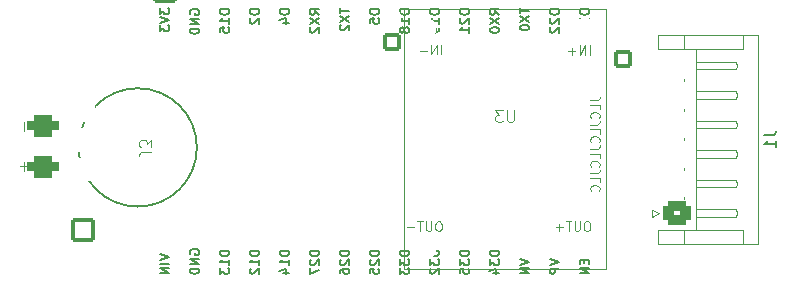
<source format=gbr>
%TF.GenerationSoftware,KiCad,Pcbnew,7.0.7*%
%TF.CreationDate,2023-09-17T21:28:58+02:00*%
%TF.ProjectId,PSACANBridgeHW_v12,50534143-414e-4427-9269-64676548575f,rev?*%
%TF.SameCoordinates,Original*%
%TF.FileFunction,Legend,Bot*%
%TF.FilePolarity,Positive*%
%FSLAX46Y46*%
G04 Gerber Fmt 4.6, Leading zero omitted, Abs format (unit mm)*
G04 Created by KiCad (PCBNEW 7.0.7) date 2023-09-17 21:28:58*
%MOMM*%
%LPD*%
G01*
G04 APERTURE LIST*
G04 Aperture macros list*
%AMRoundRect*
0 Rectangle with rounded corners*
0 $1 Rounding radius*
0 $2 $3 $4 $5 $6 $7 $8 $9 X,Y pos of 4 corners*
0 Add a 4 corners polygon primitive as box body*
4,1,4,$2,$3,$4,$5,$6,$7,$8,$9,$2,$3,0*
0 Add four circle primitives for the rounded corners*
1,1,$1+$1,$2,$3*
1,1,$1+$1,$4,$5*
1,1,$1+$1,$6,$7*
1,1,$1+$1,$8,$9*
0 Add four rect primitives between the rounded corners*
20,1,$1+$1,$2,$3,$4,$5,0*
20,1,$1+$1,$4,$5,$6,$7,0*
20,1,$1+$1,$6,$7,$8,$9,0*
20,1,$1+$1,$8,$9,$2,$3,0*%
G04 Aperture macros list end*
%ADD10C,0.100000*%
%ADD11C,0.150000*%
%ADD12C,0.200000*%
%ADD13C,0.120000*%
%ADD14RoundRect,0.200000X0.850000X0.850000X-0.850000X0.850000X-0.850000X-0.850000X0.850000X-0.850000X0*%
%ADD15O,2.100000X2.100000*%
%ADD16RoundRect,0.581000X-0.762000X-0.381000X0.762000X-0.381000X0.762000X0.381000X-0.762000X0.381000X0*%
%ADD17C,2.100000*%
%ADD18RoundRect,0.200000X0.850000X-0.850000X0.850000X0.850000X-0.850000X0.850000X-0.850000X-0.850000X0*%
%ADD19C,1.924000*%
%ADD20RoundRect,0.200000X0.600000X-0.600000X0.600000X0.600000X-0.600000X0.600000X-0.600000X-0.600000X0*%
%ADD21C,1.600000*%
%ADD22RoundRect,0.450000X0.725000X-0.600000X0.725000X0.600000X-0.725000X0.600000X-0.725000X-0.600000X0*%
%ADD23O,2.350000X2.100000*%
G04 APERTURE END LIST*
D10*
X164844895Y-126344761D02*
X165416323Y-126344761D01*
X165416323Y-126344761D02*
X165530609Y-126306666D01*
X165530609Y-126306666D02*
X165606800Y-126230475D01*
X165606800Y-126230475D02*
X165644895Y-126116190D01*
X165644895Y-126116190D02*
X165644895Y-126039999D01*
X165644895Y-127106666D02*
X165644895Y-126725714D01*
X165644895Y-126725714D02*
X164844895Y-126725714D01*
X165568704Y-127830476D02*
X165606800Y-127792380D01*
X165606800Y-127792380D02*
X165644895Y-127678095D01*
X165644895Y-127678095D02*
X165644895Y-127601904D01*
X165644895Y-127601904D02*
X165606800Y-127487618D01*
X165606800Y-127487618D02*
X165530609Y-127411428D01*
X165530609Y-127411428D02*
X165454419Y-127373333D01*
X165454419Y-127373333D02*
X165302038Y-127335237D01*
X165302038Y-127335237D02*
X165187752Y-127335237D01*
X165187752Y-127335237D02*
X165035371Y-127373333D01*
X165035371Y-127373333D02*
X164959180Y-127411428D01*
X164959180Y-127411428D02*
X164882990Y-127487618D01*
X164882990Y-127487618D02*
X164844895Y-127601904D01*
X164844895Y-127601904D02*
X164844895Y-127678095D01*
X164844895Y-127678095D02*
X164882990Y-127792380D01*
X164882990Y-127792380D02*
X164921085Y-127830476D01*
X164844895Y-128401904D02*
X165416323Y-128401904D01*
X165416323Y-128401904D02*
X165530609Y-128363809D01*
X165530609Y-128363809D02*
X165606800Y-128287618D01*
X165606800Y-128287618D02*
X165644895Y-128173333D01*
X165644895Y-128173333D02*
X165644895Y-128097142D01*
X165644895Y-129163809D02*
X165644895Y-128782857D01*
X165644895Y-128782857D02*
X164844895Y-128782857D01*
X165568704Y-129887619D02*
X165606800Y-129849523D01*
X165606800Y-129849523D02*
X165644895Y-129735238D01*
X165644895Y-129735238D02*
X165644895Y-129659047D01*
X165644895Y-129659047D02*
X165606800Y-129544761D01*
X165606800Y-129544761D02*
X165530609Y-129468571D01*
X165530609Y-129468571D02*
X165454419Y-129430476D01*
X165454419Y-129430476D02*
X165302038Y-129392380D01*
X165302038Y-129392380D02*
X165187752Y-129392380D01*
X165187752Y-129392380D02*
X165035371Y-129430476D01*
X165035371Y-129430476D02*
X164959180Y-129468571D01*
X164959180Y-129468571D02*
X164882990Y-129544761D01*
X164882990Y-129544761D02*
X164844895Y-129659047D01*
X164844895Y-129659047D02*
X164844895Y-129735238D01*
X164844895Y-129735238D02*
X164882990Y-129849523D01*
X164882990Y-129849523D02*
X164921085Y-129887619D01*
X164844895Y-130459047D02*
X165416323Y-130459047D01*
X165416323Y-130459047D02*
X165530609Y-130420952D01*
X165530609Y-130420952D02*
X165606800Y-130344761D01*
X165606800Y-130344761D02*
X165644895Y-130230476D01*
X165644895Y-130230476D02*
X165644895Y-130154285D01*
X165644895Y-131220952D02*
X165644895Y-130840000D01*
X165644895Y-130840000D02*
X164844895Y-130840000D01*
X165568704Y-131944762D02*
X165606800Y-131906666D01*
X165606800Y-131906666D02*
X165644895Y-131792381D01*
X165644895Y-131792381D02*
X165644895Y-131716190D01*
X165644895Y-131716190D02*
X165606800Y-131601904D01*
X165606800Y-131601904D02*
X165530609Y-131525714D01*
X165530609Y-131525714D02*
X165454419Y-131487619D01*
X165454419Y-131487619D02*
X165302038Y-131449523D01*
X165302038Y-131449523D02*
X165187752Y-131449523D01*
X165187752Y-131449523D02*
X165035371Y-131487619D01*
X165035371Y-131487619D02*
X164959180Y-131525714D01*
X164959180Y-131525714D02*
X164882990Y-131601904D01*
X164882990Y-131601904D02*
X164844895Y-131716190D01*
X164844895Y-131716190D02*
X164844895Y-131792381D01*
X164844895Y-131792381D02*
X164882990Y-131906666D01*
X164882990Y-131906666D02*
X164921085Y-131944762D01*
X164844895Y-132516190D02*
X165416323Y-132516190D01*
X165416323Y-132516190D02*
X165530609Y-132478095D01*
X165530609Y-132478095D02*
X165606800Y-132401904D01*
X165606800Y-132401904D02*
X165644895Y-132287619D01*
X165644895Y-132287619D02*
X165644895Y-132211428D01*
X165644895Y-133278095D02*
X165644895Y-132897143D01*
X165644895Y-132897143D02*
X164844895Y-132897143D01*
X165568704Y-134001905D02*
X165606800Y-133963809D01*
X165606800Y-133963809D02*
X165644895Y-133849524D01*
X165644895Y-133849524D02*
X165644895Y-133773333D01*
X165644895Y-133773333D02*
X165606800Y-133659047D01*
X165606800Y-133659047D02*
X165530609Y-133582857D01*
X165530609Y-133582857D02*
X165454419Y-133544762D01*
X165454419Y-133544762D02*
X165302038Y-133506666D01*
X165302038Y-133506666D02*
X165187752Y-133506666D01*
X165187752Y-133506666D02*
X165035371Y-133544762D01*
X165035371Y-133544762D02*
X164959180Y-133582857D01*
X164959180Y-133582857D02*
X164882990Y-133659047D01*
X164882990Y-133659047D02*
X164844895Y-133773333D01*
X164844895Y-133773333D02*
X164844895Y-133849524D01*
X164844895Y-133849524D02*
X164882990Y-133963809D01*
X164882990Y-133963809D02*
X164921085Y-134001905D01*
X127685980Y-130673901D02*
X126971695Y-130673901D01*
X126971695Y-130673901D02*
X126828838Y-130721520D01*
X126828838Y-130721520D02*
X126733600Y-130816758D01*
X126733600Y-130816758D02*
X126685980Y-130959615D01*
X126685980Y-130959615D02*
X126685980Y-131054853D01*
X127685980Y-130292948D02*
X127685980Y-129673901D01*
X127685980Y-129673901D02*
X127305028Y-130007234D01*
X127305028Y-130007234D02*
X127305028Y-129864377D01*
X127305028Y-129864377D02*
X127257409Y-129769139D01*
X127257409Y-129769139D02*
X127209790Y-129721520D01*
X127209790Y-129721520D02*
X127114552Y-129673901D01*
X127114552Y-129673901D02*
X126876457Y-129673901D01*
X126876457Y-129673901D02*
X126781219Y-129721520D01*
X126781219Y-129721520D02*
X126733600Y-129769139D01*
X126733600Y-129769139D02*
X126685980Y-129864377D01*
X126685980Y-129864377D02*
X126685980Y-130150091D01*
X126685980Y-130150091D02*
X126733600Y-130245329D01*
X126733600Y-130245329D02*
X126781219Y-130292948D01*
X116915733Y-128893683D02*
X116915733Y-128131779D01*
X116915733Y-132297283D02*
X116915733Y-131535379D01*
X116534780Y-131916331D02*
X117296685Y-131916331D01*
D11*
X141901495Y-139052399D02*
X141101495Y-139052399D01*
X141101495Y-139052399D02*
X141101495Y-139242875D01*
X141101495Y-139242875D02*
X141139590Y-139357161D01*
X141139590Y-139357161D02*
X141215780Y-139433351D01*
X141215780Y-139433351D02*
X141291971Y-139471446D01*
X141291971Y-139471446D02*
X141444352Y-139509542D01*
X141444352Y-139509542D02*
X141558638Y-139509542D01*
X141558638Y-139509542D02*
X141711019Y-139471446D01*
X141711019Y-139471446D02*
X141787209Y-139433351D01*
X141787209Y-139433351D02*
X141863400Y-139357161D01*
X141863400Y-139357161D02*
X141901495Y-139242875D01*
X141901495Y-139242875D02*
X141901495Y-139052399D01*
X141177685Y-139814303D02*
X141139590Y-139852399D01*
X141139590Y-139852399D02*
X141101495Y-139928589D01*
X141101495Y-139928589D02*
X141101495Y-140119065D01*
X141101495Y-140119065D02*
X141139590Y-140195256D01*
X141139590Y-140195256D02*
X141177685Y-140233351D01*
X141177685Y-140233351D02*
X141253876Y-140271446D01*
X141253876Y-140271446D02*
X141330066Y-140271446D01*
X141330066Y-140271446D02*
X141444352Y-140233351D01*
X141444352Y-140233351D02*
X141901495Y-139776208D01*
X141901495Y-139776208D02*
X141901495Y-140271446D01*
X141101495Y-140538113D02*
X141101495Y-141071447D01*
X141101495Y-141071447D02*
X141901495Y-140728589D01*
X149521495Y-139052399D02*
X148721495Y-139052399D01*
X148721495Y-139052399D02*
X148721495Y-139242875D01*
X148721495Y-139242875D02*
X148759590Y-139357161D01*
X148759590Y-139357161D02*
X148835780Y-139433351D01*
X148835780Y-139433351D02*
X148911971Y-139471446D01*
X148911971Y-139471446D02*
X149064352Y-139509542D01*
X149064352Y-139509542D02*
X149178638Y-139509542D01*
X149178638Y-139509542D02*
X149331019Y-139471446D01*
X149331019Y-139471446D02*
X149407209Y-139433351D01*
X149407209Y-139433351D02*
X149483400Y-139357161D01*
X149483400Y-139357161D02*
X149521495Y-139242875D01*
X149521495Y-139242875D02*
X149521495Y-139052399D01*
X148721495Y-139776208D02*
X148721495Y-140271446D01*
X148721495Y-140271446D02*
X149026257Y-140004780D01*
X149026257Y-140004780D02*
X149026257Y-140119065D01*
X149026257Y-140119065D02*
X149064352Y-140195256D01*
X149064352Y-140195256D02*
X149102447Y-140233351D01*
X149102447Y-140233351D02*
X149178638Y-140271446D01*
X149178638Y-140271446D02*
X149369114Y-140271446D01*
X149369114Y-140271446D02*
X149445304Y-140233351D01*
X149445304Y-140233351D02*
X149483400Y-140195256D01*
X149483400Y-140195256D02*
X149521495Y-140119065D01*
X149521495Y-140119065D02*
X149521495Y-139890494D01*
X149521495Y-139890494D02*
X149483400Y-139814303D01*
X149483400Y-139814303D02*
X149445304Y-139776208D01*
X148721495Y-140538113D02*
X148721495Y-141033351D01*
X148721495Y-141033351D02*
X149026257Y-140766685D01*
X149026257Y-140766685D02*
X149026257Y-140880970D01*
X149026257Y-140880970D02*
X149064352Y-140957161D01*
X149064352Y-140957161D02*
X149102447Y-140995256D01*
X149102447Y-140995256D02*
X149178638Y-141033351D01*
X149178638Y-141033351D02*
X149369114Y-141033351D01*
X149369114Y-141033351D02*
X149445304Y-140995256D01*
X149445304Y-140995256D02*
X149483400Y-140957161D01*
X149483400Y-140957161D02*
X149521495Y-140880970D01*
X149521495Y-140880970D02*
X149521495Y-140652399D01*
X149521495Y-140652399D02*
X149483400Y-140576208D01*
X149483400Y-140576208D02*
X149445304Y-140538113D01*
X164342447Y-139814305D02*
X164342447Y-140080971D01*
X164761495Y-140195257D02*
X164761495Y-139814305D01*
X164761495Y-139814305D02*
X163961495Y-139814305D01*
X163961495Y-139814305D02*
X163961495Y-140195257D01*
X164761495Y-140538115D02*
X163961495Y-140538115D01*
X163961495Y-140538115D02*
X164761495Y-140995258D01*
X164761495Y-140995258D02*
X163961495Y-140995258D01*
X136821495Y-118618115D02*
X136021495Y-118618115D01*
X136021495Y-118618115D02*
X136021495Y-118808591D01*
X136021495Y-118808591D02*
X136059590Y-118922877D01*
X136059590Y-118922877D02*
X136135780Y-118999067D01*
X136135780Y-118999067D02*
X136211971Y-119037162D01*
X136211971Y-119037162D02*
X136364352Y-119075258D01*
X136364352Y-119075258D02*
X136478638Y-119075258D01*
X136478638Y-119075258D02*
X136631019Y-119037162D01*
X136631019Y-119037162D02*
X136707209Y-118999067D01*
X136707209Y-118999067D02*
X136783400Y-118922877D01*
X136783400Y-118922877D02*
X136821495Y-118808591D01*
X136821495Y-118808591D02*
X136821495Y-118618115D01*
X136097685Y-119380019D02*
X136059590Y-119418115D01*
X136059590Y-119418115D02*
X136021495Y-119494305D01*
X136021495Y-119494305D02*
X136021495Y-119684781D01*
X136021495Y-119684781D02*
X136059590Y-119760972D01*
X136059590Y-119760972D02*
X136097685Y-119799067D01*
X136097685Y-119799067D02*
X136173876Y-119837162D01*
X136173876Y-119837162D02*
X136250066Y-119837162D01*
X136250066Y-119837162D02*
X136364352Y-119799067D01*
X136364352Y-119799067D02*
X136821495Y-119341924D01*
X136821495Y-119341924D02*
X136821495Y-119837162D01*
X161421495Y-139776209D02*
X162221495Y-140042876D01*
X162221495Y-140042876D02*
X161421495Y-140309542D01*
X162221495Y-140576209D02*
X161421495Y-140576209D01*
X161421495Y-140576209D02*
X161421495Y-140880971D01*
X161421495Y-140880971D02*
X161459590Y-140957161D01*
X161459590Y-140957161D02*
X161497685Y-140995256D01*
X161497685Y-140995256D02*
X161573876Y-141033352D01*
X161573876Y-141033352D02*
X161688161Y-141033352D01*
X161688161Y-141033352D02*
X161764352Y-140995256D01*
X161764352Y-140995256D02*
X161802447Y-140957161D01*
X161802447Y-140957161D02*
X161840542Y-140880971D01*
X161840542Y-140880971D02*
X161840542Y-140576209D01*
X128401495Y-118541923D02*
X128401495Y-119037161D01*
X128401495Y-119037161D02*
X128706257Y-118770495D01*
X128706257Y-118770495D02*
X128706257Y-118884780D01*
X128706257Y-118884780D02*
X128744352Y-118960971D01*
X128744352Y-118960971D02*
X128782447Y-118999066D01*
X128782447Y-118999066D02*
X128858638Y-119037161D01*
X128858638Y-119037161D02*
X129049114Y-119037161D01*
X129049114Y-119037161D02*
X129125304Y-118999066D01*
X129125304Y-118999066D02*
X129163400Y-118960971D01*
X129163400Y-118960971D02*
X129201495Y-118884780D01*
X129201495Y-118884780D02*
X129201495Y-118656209D01*
X129201495Y-118656209D02*
X129163400Y-118580018D01*
X129163400Y-118580018D02*
X129125304Y-118541923D01*
X128401495Y-119265733D02*
X129201495Y-119532400D01*
X129201495Y-119532400D02*
X128401495Y-119799066D01*
X128401495Y-119989542D02*
X128401495Y-120484780D01*
X128401495Y-120484780D02*
X128706257Y-120218114D01*
X128706257Y-120218114D02*
X128706257Y-120332399D01*
X128706257Y-120332399D02*
X128744352Y-120408590D01*
X128744352Y-120408590D02*
X128782447Y-120446685D01*
X128782447Y-120446685D02*
X128858638Y-120484780D01*
X128858638Y-120484780D02*
X129049114Y-120484780D01*
X129049114Y-120484780D02*
X129125304Y-120446685D01*
X129125304Y-120446685D02*
X129163400Y-120408590D01*
X129163400Y-120408590D02*
X129201495Y-120332399D01*
X129201495Y-120332399D02*
X129201495Y-120103828D01*
X129201495Y-120103828D02*
X129163400Y-120027637D01*
X129163400Y-120027637D02*
X129125304Y-119989542D01*
X130979590Y-139357162D02*
X130941495Y-139280972D01*
X130941495Y-139280972D02*
X130941495Y-139166686D01*
X130941495Y-139166686D02*
X130979590Y-139052400D01*
X130979590Y-139052400D02*
X131055780Y-138976210D01*
X131055780Y-138976210D02*
X131131971Y-138938115D01*
X131131971Y-138938115D02*
X131284352Y-138900019D01*
X131284352Y-138900019D02*
X131398638Y-138900019D01*
X131398638Y-138900019D02*
X131551019Y-138938115D01*
X131551019Y-138938115D02*
X131627209Y-138976210D01*
X131627209Y-138976210D02*
X131703400Y-139052400D01*
X131703400Y-139052400D02*
X131741495Y-139166686D01*
X131741495Y-139166686D02*
X131741495Y-139242877D01*
X131741495Y-139242877D02*
X131703400Y-139357162D01*
X131703400Y-139357162D02*
X131665304Y-139395258D01*
X131665304Y-139395258D02*
X131398638Y-139395258D01*
X131398638Y-139395258D02*
X131398638Y-139242877D01*
X131741495Y-139738115D02*
X130941495Y-139738115D01*
X130941495Y-139738115D02*
X131741495Y-140195258D01*
X131741495Y-140195258D02*
X130941495Y-140195258D01*
X131741495Y-140576210D02*
X130941495Y-140576210D01*
X130941495Y-140576210D02*
X130941495Y-140766686D01*
X130941495Y-140766686D02*
X130979590Y-140880972D01*
X130979590Y-140880972D02*
X131055780Y-140957162D01*
X131055780Y-140957162D02*
X131131971Y-140995257D01*
X131131971Y-140995257D02*
X131284352Y-141033353D01*
X131284352Y-141033353D02*
X131398638Y-141033353D01*
X131398638Y-141033353D02*
X131551019Y-140995257D01*
X131551019Y-140995257D02*
X131627209Y-140957162D01*
X131627209Y-140957162D02*
X131703400Y-140880972D01*
X131703400Y-140880972D02*
X131741495Y-140766686D01*
X131741495Y-140766686D02*
X131741495Y-140576210D01*
X157141495Y-139052399D02*
X156341495Y-139052399D01*
X156341495Y-139052399D02*
X156341495Y-139242875D01*
X156341495Y-139242875D02*
X156379590Y-139357161D01*
X156379590Y-139357161D02*
X156455780Y-139433351D01*
X156455780Y-139433351D02*
X156531971Y-139471446D01*
X156531971Y-139471446D02*
X156684352Y-139509542D01*
X156684352Y-139509542D02*
X156798638Y-139509542D01*
X156798638Y-139509542D02*
X156951019Y-139471446D01*
X156951019Y-139471446D02*
X157027209Y-139433351D01*
X157027209Y-139433351D02*
X157103400Y-139357161D01*
X157103400Y-139357161D02*
X157141495Y-139242875D01*
X157141495Y-139242875D02*
X157141495Y-139052399D01*
X156341495Y-139776208D02*
X156341495Y-140271446D01*
X156341495Y-140271446D02*
X156646257Y-140004780D01*
X156646257Y-140004780D02*
X156646257Y-140119065D01*
X156646257Y-140119065D02*
X156684352Y-140195256D01*
X156684352Y-140195256D02*
X156722447Y-140233351D01*
X156722447Y-140233351D02*
X156798638Y-140271446D01*
X156798638Y-140271446D02*
X156989114Y-140271446D01*
X156989114Y-140271446D02*
X157065304Y-140233351D01*
X157065304Y-140233351D02*
X157103400Y-140195256D01*
X157103400Y-140195256D02*
X157141495Y-140119065D01*
X157141495Y-140119065D02*
X157141495Y-139890494D01*
X157141495Y-139890494D02*
X157103400Y-139814303D01*
X157103400Y-139814303D02*
X157065304Y-139776208D01*
X156608161Y-140957161D02*
X157141495Y-140957161D01*
X156303400Y-140766685D02*
X156874828Y-140576208D01*
X156874828Y-140576208D02*
X156874828Y-141071447D01*
X141901495Y-119075257D02*
X141520542Y-118808590D01*
X141901495Y-118618114D02*
X141101495Y-118618114D01*
X141101495Y-118618114D02*
X141101495Y-118922876D01*
X141101495Y-118922876D02*
X141139590Y-118999066D01*
X141139590Y-118999066D02*
X141177685Y-119037161D01*
X141177685Y-119037161D02*
X141253876Y-119075257D01*
X141253876Y-119075257D02*
X141368161Y-119075257D01*
X141368161Y-119075257D02*
X141444352Y-119037161D01*
X141444352Y-119037161D02*
X141482447Y-118999066D01*
X141482447Y-118999066D02*
X141520542Y-118922876D01*
X141520542Y-118922876D02*
X141520542Y-118618114D01*
X141101495Y-119341923D02*
X141901495Y-119875257D01*
X141101495Y-119875257D02*
X141901495Y-119341923D01*
X141177685Y-120141923D02*
X141139590Y-120180019D01*
X141139590Y-120180019D02*
X141101495Y-120256209D01*
X141101495Y-120256209D02*
X141101495Y-120446685D01*
X141101495Y-120446685D02*
X141139590Y-120522876D01*
X141139590Y-120522876D02*
X141177685Y-120560971D01*
X141177685Y-120560971D02*
X141253876Y-120599066D01*
X141253876Y-120599066D02*
X141330066Y-120599066D01*
X141330066Y-120599066D02*
X141444352Y-120560971D01*
X141444352Y-120560971D02*
X141901495Y-120103828D01*
X141901495Y-120103828D02*
X141901495Y-120599066D01*
X162221495Y-118618114D02*
X161421495Y-118618114D01*
X161421495Y-118618114D02*
X161421495Y-118808590D01*
X161421495Y-118808590D02*
X161459590Y-118922876D01*
X161459590Y-118922876D02*
X161535780Y-118999066D01*
X161535780Y-118999066D02*
X161611971Y-119037161D01*
X161611971Y-119037161D02*
X161764352Y-119075257D01*
X161764352Y-119075257D02*
X161878638Y-119075257D01*
X161878638Y-119075257D02*
X162031019Y-119037161D01*
X162031019Y-119037161D02*
X162107209Y-118999066D01*
X162107209Y-118999066D02*
X162183400Y-118922876D01*
X162183400Y-118922876D02*
X162221495Y-118808590D01*
X162221495Y-118808590D02*
X162221495Y-118618114D01*
X161497685Y-119380018D02*
X161459590Y-119418114D01*
X161459590Y-119418114D02*
X161421495Y-119494304D01*
X161421495Y-119494304D02*
X161421495Y-119684780D01*
X161421495Y-119684780D02*
X161459590Y-119760971D01*
X161459590Y-119760971D02*
X161497685Y-119799066D01*
X161497685Y-119799066D02*
X161573876Y-119837161D01*
X161573876Y-119837161D02*
X161650066Y-119837161D01*
X161650066Y-119837161D02*
X161764352Y-119799066D01*
X161764352Y-119799066D02*
X162221495Y-119341923D01*
X162221495Y-119341923D02*
X162221495Y-119837161D01*
X161497685Y-120141923D02*
X161459590Y-120180019D01*
X161459590Y-120180019D02*
X161421495Y-120256209D01*
X161421495Y-120256209D02*
X161421495Y-120446685D01*
X161421495Y-120446685D02*
X161459590Y-120522876D01*
X161459590Y-120522876D02*
X161497685Y-120560971D01*
X161497685Y-120560971D02*
X161573876Y-120599066D01*
X161573876Y-120599066D02*
X161650066Y-120599066D01*
X161650066Y-120599066D02*
X161764352Y-120560971D01*
X161764352Y-120560971D02*
X162221495Y-120103828D01*
X162221495Y-120103828D02*
X162221495Y-120599066D01*
X154601495Y-139052399D02*
X153801495Y-139052399D01*
X153801495Y-139052399D02*
X153801495Y-139242875D01*
X153801495Y-139242875D02*
X153839590Y-139357161D01*
X153839590Y-139357161D02*
X153915780Y-139433351D01*
X153915780Y-139433351D02*
X153991971Y-139471446D01*
X153991971Y-139471446D02*
X154144352Y-139509542D01*
X154144352Y-139509542D02*
X154258638Y-139509542D01*
X154258638Y-139509542D02*
X154411019Y-139471446D01*
X154411019Y-139471446D02*
X154487209Y-139433351D01*
X154487209Y-139433351D02*
X154563400Y-139357161D01*
X154563400Y-139357161D02*
X154601495Y-139242875D01*
X154601495Y-139242875D02*
X154601495Y-139052399D01*
X153801495Y-139776208D02*
X153801495Y-140271446D01*
X153801495Y-140271446D02*
X154106257Y-140004780D01*
X154106257Y-140004780D02*
X154106257Y-140119065D01*
X154106257Y-140119065D02*
X154144352Y-140195256D01*
X154144352Y-140195256D02*
X154182447Y-140233351D01*
X154182447Y-140233351D02*
X154258638Y-140271446D01*
X154258638Y-140271446D02*
X154449114Y-140271446D01*
X154449114Y-140271446D02*
X154525304Y-140233351D01*
X154525304Y-140233351D02*
X154563400Y-140195256D01*
X154563400Y-140195256D02*
X154601495Y-140119065D01*
X154601495Y-140119065D02*
X154601495Y-139890494D01*
X154601495Y-139890494D02*
X154563400Y-139814303D01*
X154563400Y-139814303D02*
X154525304Y-139776208D01*
X153801495Y-140995256D02*
X153801495Y-140614304D01*
X153801495Y-140614304D02*
X154182447Y-140576208D01*
X154182447Y-140576208D02*
X154144352Y-140614304D01*
X154144352Y-140614304D02*
X154106257Y-140690494D01*
X154106257Y-140690494D02*
X154106257Y-140880970D01*
X154106257Y-140880970D02*
X154144352Y-140957161D01*
X154144352Y-140957161D02*
X154182447Y-140995256D01*
X154182447Y-140995256D02*
X154258638Y-141033351D01*
X154258638Y-141033351D02*
X154449114Y-141033351D01*
X154449114Y-141033351D02*
X154525304Y-140995256D01*
X154525304Y-140995256D02*
X154563400Y-140957161D01*
X154563400Y-140957161D02*
X154601495Y-140880970D01*
X154601495Y-140880970D02*
X154601495Y-140690494D01*
X154601495Y-140690494D02*
X154563400Y-140614304D01*
X154563400Y-140614304D02*
X154525304Y-140576208D01*
X139361495Y-139052399D02*
X138561495Y-139052399D01*
X138561495Y-139052399D02*
X138561495Y-139242875D01*
X138561495Y-139242875D02*
X138599590Y-139357161D01*
X138599590Y-139357161D02*
X138675780Y-139433351D01*
X138675780Y-139433351D02*
X138751971Y-139471446D01*
X138751971Y-139471446D02*
X138904352Y-139509542D01*
X138904352Y-139509542D02*
X139018638Y-139509542D01*
X139018638Y-139509542D02*
X139171019Y-139471446D01*
X139171019Y-139471446D02*
X139247209Y-139433351D01*
X139247209Y-139433351D02*
X139323400Y-139357161D01*
X139323400Y-139357161D02*
X139361495Y-139242875D01*
X139361495Y-139242875D02*
X139361495Y-139052399D01*
X139361495Y-140271446D02*
X139361495Y-139814303D01*
X139361495Y-140042875D02*
X138561495Y-140042875D01*
X138561495Y-140042875D02*
X138675780Y-139966684D01*
X138675780Y-139966684D02*
X138751971Y-139890494D01*
X138751971Y-139890494D02*
X138790066Y-139814303D01*
X138828161Y-140957161D02*
X139361495Y-140957161D01*
X138523400Y-140766685D02*
X139094828Y-140576208D01*
X139094828Y-140576208D02*
X139094828Y-141071447D01*
X130979590Y-119037162D02*
X130941495Y-118960972D01*
X130941495Y-118960972D02*
X130941495Y-118846686D01*
X130941495Y-118846686D02*
X130979590Y-118732400D01*
X130979590Y-118732400D02*
X131055780Y-118656210D01*
X131055780Y-118656210D02*
X131131971Y-118618115D01*
X131131971Y-118618115D02*
X131284352Y-118580019D01*
X131284352Y-118580019D02*
X131398638Y-118580019D01*
X131398638Y-118580019D02*
X131551019Y-118618115D01*
X131551019Y-118618115D02*
X131627209Y-118656210D01*
X131627209Y-118656210D02*
X131703400Y-118732400D01*
X131703400Y-118732400D02*
X131741495Y-118846686D01*
X131741495Y-118846686D02*
X131741495Y-118922877D01*
X131741495Y-118922877D02*
X131703400Y-119037162D01*
X131703400Y-119037162D02*
X131665304Y-119075258D01*
X131665304Y-119075258D02*
X131398638Y-119075258D01*
X131398638Y-119075258D02*
X131398638Y-118922877D01*
X131741495Y-119418115D02*
X130941495Y-119418115D01*
X130941495Y-119418115D02*
X131741495Y-119875258D01*
X131741495Y-119875258D02*
X130941495Y-119875258D01*
X131741495Y-120256210D02*
X130941495Y-120256210D01*
X130941495Y-120256210D02*
X130941495Y-120446686D01*
X130941495Y-120446686D02*
X130979590Y-120560972D01*
X130979590Y-120560972D02*
X131055780Y-120637162D01*
X131055780Y-120637162D02*
X131131971Y-120675257D01*
X131131971Y-120675257D02*
X131284352Y-120713353D01*
X131284352Y-120713353D02*
X131398638Y-120713353D01*
X131398638Y-120713353D02*
X131551019Y-120675257D01*
X131551019Y-120675257D02*
X131627209Y-120637162D01*
X131627209Y-120637162D02*
X131703400Y-120560972D01*
X131703400Y-120560972D02*
X131741495Y-120446686D01*
X131741495Y-120446686D02*
X131741495Y-120256210D01*
X158881495Y-118503828D02*
X158881495Y-118960971D01*
X159681495Y-118732399D02*
X158881495Y-118732399D01*
X158881495Y-119151447D02*
X159681495Y-119684781D01*
X158881495Y-119684781D02*
X159681495Y-119151447D01*
X158881495Y-120141924D02*
X158881495Y-120218114D01*
X158881495Y-120218114D02*
X158919590Y-120294305D01*
X158919590Y-120294305D02*
X158957685Y-120332400D01*
X158957685Y-120332400D02*
X159033876Y-120370495D01*
X159033876Y-120370495D02*
X159186257Y-120408590D01*
X159186257Y-120408590D02*
X159376733Y-120408590D01*
X159376733Y-120408590D02*
X159529114Y-120370495D01*
X159529114Y-120370495D02*
X159605304Y-120332400D01*
X159605304Y-120332400D02*
X159643400Y-120294305D01*
X159643400Y-120294305D02*
X159681495Y-120218114D01*
X159681495Y-120218114D02*
X159681495Y-120141924D01*
X159681495Y-120141924D02*
X159643400Y-120065733D01*
X159643400Y-120065733D02*
X159605304Y-120027638D01*
X159605304Y-120027638D02*
X159529114Y-119989543D01*
X159529114Y-119989543D02*
X159376733Y-119951447D01*
X159376733Y-119951447D02*
X159186257Y-119951447D01*
X159186257Y-119951447D02*
X159033876Y-119989543D01*
X159033876Y-119989543D02*
X158957685Y-120027638D01*
X158957685Y-120027638D02*
X158919590Y-120065733D01*
X158919590Y-120065733D02*
X158881495Y-120141924D01*
X134281495Y-118618114D02*
X133481495Y-118618114D01*
X133481495Y-118618114D02*
X133481495Y-118808590D01*
X133481495Y-118808590D02*
X133519590Y-118922876D01*
X133519590Y-118922876D02*
X133595780Y-118999066D01*
X133595780Y-118999066D02*
X133671971Y-119037161D01*
X133671971Y-119037161D02*
X133824352Y-119075257D01*
X133824352Y-119075257D02*
X133938638Y-119075257D01*
X133938638Y-119075257D02*
X134091019Y-119037161D01*
X134091019Y-119037161D02*
X134167209Y-118999066D01*
X134167209Y-118999066D02*
X134243400Y-118922876D01*
X134243400Y-118922876D02*
X134281495Y-118808590D01*
X134281495Y-118808590D02*
X134281495Y-118618114D01*
X134281495Y-119837161D02*
X134281495Y-119380018D01*
X134281495Y-119608590D02*
X133481495Y-119608590D01*
X133481495Y-119608590D02*
X133595780Y-119532399D01*
X133595780Y-119532399D02*
X133671971Y-119456209D01*
X133671971Y-119456209D02*
X133710066Y-119380018D01*
X133481495Y-120560971D02*
X133481495Y-120180019D01*
X133481495Y-120180019D02*
X133862447Y-120141923D01*
X133862447Y-120141923D02*
X133824352Y-120180019D01*
X133824352Y-120180019D02*
X133786257Y-120256209D01*
X133786257Y-120256209D02*
X133786257Y-120446685D01*
X133786257Y-120446685D02*
X133824352Y-120522876D01*
X133824352Y-120522876D02*
X133862447Y-120560971D01*
X133862447Y-120560971D02*
X133938638Y-120599066D01*
X133938638Y-120599066D02*
X134129114Y-120599066D01*
X134129114Y-120599066D02*
X134205304Y-120560971D01*
X134205304Y-120560971D02*
X134243400Y-120522876D01*
X134243400Y-120522876D02*
X134281495Y-120446685D01*
X134281495Y-120446685D02*
X134281495Y-120256209D01*
X134281495Y-120256209D02*
X134243400Y-120180019D01*
X134243400Y-120180019D02*
X134205304Y-120141923D01*
X164761495Y-118618114D02*
X163961495Y-118618114D01*
X163961495Y-118618114D02*
X163961495Y-118808590D01*
X163961495Y-118808590D02*
X163999590Y-118922876D01*
X163999590Y-118922876D02*
X164075780Y-118999066D01*
X164075780Y-118999066D02*
X164151971Y-119037161D01*
X164151971Y-119037161D02*
X164304352Y-119075257D01*
X164304352Y-119075257D02*
X164418638Y-119075257D01*
X164418638Y-119075257D02*
X164571019Y-119037161D01*
X164571019Y-119037161D02*
X164647209Y-118999066D01*
X164647209Y-118999066D02*
X164723400Y-118922876D01*
X164723400Y-118922876D02*
X164761495Y-118808590D01*
X164761495Y-118808590D02*
X164761495Y-118618114D01*
X164037685Y-119380018D02*
X163999590Y-119418114D01*
X163999590Y-119418114D02*
X163961495Y-119494304D01*
X163961495Y-119494304D02*
X163961495Y-119684780D01*
X163961495Y-119684780D02*
X163999590Y-119760971D01*
X163999590Y-119760971D02*
X164037685Y-119799066D01*
X164037685Y-119799066D02*
X164113876Y-119837161D01*
X164113876Y-119837161D02*
X164190066Y-119837161D01*
X164190066Y-119837161D02*
X164304352Y-119799066D01*
X164304352Y-119799066D02*
X164761495Y-119341923D01*
X164761495Y-119341923D02*
X164761495Y-119837161D01*
X163961495Y-120103828D02*
X163961495Y-120599066D01*
X163961495Y-120599066D02*
X164266257Y-120332400D01*
X164266257Y-120332400D02*
X164266257Y-120446685D01*
X164266257Y-120446685D02*
X164304352Y-120522876D01*
X164304352Y-120522876D02*
X164342447Y-120560971D01*
X164342447Y-120560971D02*
X164418638Y-120599066D01*
X164418638Y-120599066D02*
X164609114Y-120599066D01*
X164609114Y-120599066D02*
X164685304Y-120560971D01*
X164685304Y-120560971D02*
X164723400Y-120522876D01*
X164723400Y-120522876D02*
X164761495Y-120446685D01*
X164761495Y-120446685D02*
X164761495Y-120218114D01*
X164761495Y-120218114D02*
X164723400Y-120141923D01*
X164723400Y-120141923D02*
X164685304Y-120103828D01*
X139361495Y-118618115D02*
X138561495Y-118618115D01*
X138561495Y-118618115D02*
X138561495Y-118808591D01*
X138561495Y-118808591D02*
X138599590Y-118922877D01*
X138599590Y-118922877D02*
X138675780Y-118999067D01*
X138675780Y-118999067D02*
X138751971Y-119037162D01*
X138751971Y-119037162D02*
X138904352Y-119075258D01*
X138904352Y-119075258D02*
X139018638Y-119075258D01*
X139018638Y-119075258D02*
X139171019Y-119037162D01*
X139171019Y-119037162D02*
X139247209Y-118999067D01*
X139247209Y-118999067D02*
X139323400Y-118922877D01*
X139323400Y-118922877D02*
X139361495Y-118808591D01*
X139361495Y-118808591D02*
X139361495Y-118618115D01*
X138828161Y-119760972D02*
X139361495Y-119760972D01*
X138523400Y-119570496D02*
X139094828Y-119380019D01*
X139094828Y-119380019D02*
X139094828Y-119875258D01*
X157141495Y-119075257D02*
X156760542Y-118808590D01*
X157141495Y-118618114D02*
X156341495Y-118618114D01*
X156341495Y-118618114D02*
X156341495Y-118922876D01*
X156341495Y-118922876D02*
X156379590Y-118999066D01*
X156379590Y-118999066D02*
X156417685Y-119037161D01*
X156417685Y-119037161D02*
X156493876Y-119075257D01*
X156493876Y-119075257D02*
X156608161Y-119075257D01*
X156608161Y-119075257D02*
X156684352Y-119037161D01*
X156684352Y-119037161D02*
X156722447Y-118999066D01*
X156722447Y-118999066D02*
X156760542Y-118922876D01*
X156760542Y-118922876D02*
X156760542Y-118618114D01*
X156341495Y-119341923D02*
X157141495Y-119875257D01*
X156341495Y-119875257D02*
X157141495Y-119341923D01*
X156341495Y-120332400D02*
X156341495Y-120408590D01*
X156341495Y-120408590D02*
X156379590Y-120484781D01*
X156379590Y-120484781D02*
X156417685Y-120522876D01*
X156417685Y-120522876D02*
X156493876Y-120560971D01*
X156493876Y-120560971D02*
X156646257Y-120599066D01*
X156646257Y-120599066D02*
X156836733Y-120599066D01*
X156836733Y-120599066D02*
X156989114Y-120560971D01*
X156989114Y-120560971D02*
X157065304Y-120522876D01*
X157065304Y-120522876D02*
X157103400Y-120484781D01*
X157103400Y-120484781D02*
X157141495Y-120408590D01*
X157141495Y-120408590D02*
X157141495Y-120332400D01*
X157141495Y-120332400D02*
X157103400Y-120256209D01*
X157103400Y-120256209D02*
X157065304Y-120218114D01*
X157065304Y-120218114D02*
X156989114Y-120180019D01*
X156989114Y-120180019D02*
X156836733Y-120141923D01*
X156836733Y-120141923D02*
X156646257Y-120141923D01*
X156646257Y-120141923D02*
X156493876Y-120180019D01*
X156493876Y-120180019D02*
X156417685Y-120218114D01*
X156417685Y-120218114D02*
X156379590Y-120256209D01*
X156379590Y-120256209D02*
X156341495Y-120332400D01*
X144441495Y-139052399D02*
X143641495Y-139052399D01*
X143641495Y-139052399D02*
X143641495Y-139242875D01*
X143641495Y-139242875D02*
X143679590Y-139357161D01*
X143679590Y-139357161D02*
X143755780Y-139433351D01*
X143755780Y-139433351D02*
X143831971Y-139471446D01*
X143831971Y-139471446D02*
X143984352Y-139509542D01*
X143984352Y-139509542D02*
X144098638Y-139509542D01*
X144098638Y-139509542D02*
X144251019Y-139471446D01*
X144251019Y-139471446D02*
X144327209Y-139433351D01*
X144327209Y-139433351D02*
X144403400Y-139357161D01*
X144403400Y-139357161D02*
X144441495Y-139242875D01*
X144441495Y-139242875D02*
X144441495Y-139052399D01*
X143717685Y-139814303D02*
X143679590Y-139852399D01*
X143679590Y-139852399D02*
X143641495Y-139928589D01*
X143641495Y-139928589D02*
X143641495Y-140119065D01*
X143641495Y-140119065D02*
X143679590Y-140195256D01*
X143679590Y-140195256D02*
X143717685Y-140233351D01*
X143717685Y-140233351D02*
X143793876Y-140271446D01*
X143793876Y-140271446D02*
X143870066Y-140271446D01*
X143870066Y-140271446D02*
X143984352Y-140233351D01*
X143984352Y-140233351D02*
X144441495Y-139776208D01*
X144441495Y-139776208D02*
X144441495Y-140271446D01*
X143641495Y-140957161D02*
X143641495Y-140804780D01*
X143641495Y-140804780D02*
X143679590Y-140728589D01*
X143679590Y-140728589D02*
X143717685Y-140690494D01*
X143717685Y-140690494D02*
X143831971Y-140614304D01*
X143831971Y-140614304D02*
X143984352Y-140576208D01*
X143984352Y-140576208D02*
X144289114Y-140576208D01*
X144289114Y-140576208D02*
X144365304Y-140614304D01*
X144365304Y-140614304D02*
X144403400Y-140652399D01*
X144403400Y-140652399D02*
X144441495Y-140728589D01*
X144441495Y-140728589D02*
X144441495Y-140880970D01*
X144441495Y-140880970D02*
X144403400Y-140957161D01*
X144403400Y-140957161D02*
X144365304Y-140995256D01*
X144365304Y-140995256D02*
X144289114Y-141033351D01*
X144289114Y-141033351D02*
X144098638Y-141033351D01*
X144098638Y-141033351D02*
X144022447Y-140995256D01*
X144022447Y-140995256D02*
X143984352Y-140957161D01*
X143984352Y-140957161D02*
X143946257Y-140880970D01*
X143946257Y-140880970D02*
X143946257Y-140728589D01*
X143946257Y-140728589D02*
X143984352Y-140652399D01*
X143984352Y-140652399D02*
X144022447Y-140614304D01*
X144022447Y-140614304D02*
X144098638Y-140576208D01*
X154601495Y-118618114D02*
X153801495Y-118618114D01*
X153801495Y-118618114D02*
X153801495Y-118808590D01*
X153801495Y-118808590D02*
X153839590Y-118922876D01*
X153839590Y-118922876D02*
X153915780Y-118999066D01*
X153915780Y-118999066D02*
X153991971Y-119037161D01*
X153991971Y-119037161D02*
X154144352Y-119075257D01*
X154144352Y-119075257D02*
X154258638Y-119075257D01*
X154258638Y-119075257D02*
X154411019Y-119037161D01*
X154411019Y-119037161D02*
X154487209Y-118999066D01*
X154487209Y-118999066D02*
X154563400Y-118922876D01*
X154563400Y-118922876D02*
X154601495Y-118808590D01*
X154601495Y-118808590D02*
X154601495Y-118618114D01*
X153877685Y-119380018D02*
X153839590Y-119418114D01*
X153839590Y-119418114D02*
X153801495Y-119494304D01*
X153801495Y-119494304D02*
X153801495Y-119684780D01*
X153801495Y-119684780D02*
X153839590Y-119760971D01*
X153839590Y-119760971D02*
X153877685Y-119799066D01*
X153877685Y-119799066D02*
X153953876Y-119837161D01*
X153953876Y-119837161D02*
X154030066Y-119837161D01*
X154030066Y-119837161D02*
X154144352Y-119799066D01*
X154144352Y-119799066D02*
X154601495Y-119341923D01*
X154601495Y-119341923D02*
X154601495Y-119837161D01*
X154601495Y-120599066D02*
X154601495Y-120141923D01*
X154601495Y-120370495D02*
X153801495Y-120370495D01*
X153801495Y-120370495D02*
X153915780Y-120294304D01*
X153915780Y-120294304D02*
X153991971Y-120218114D01*
X153991971Y-120218114D02*
X154030066Y-120141923D01*
X128401495Y-139357162D02*
X129201495Y-139623829D01*
X129201495Y-139623829D02*
X128401495Y-139890495D01*
X129201495Y-140157162D02*
X128401495Y-140157162D01*
X129201495Y-140538114D02*
X128401495Y-140538114D01*
X128401495Y-140538114D02*
X129201495Y-140995257D01*
X129201495Y-140995257D02*
X128401495Y-140995257D01*
X136821495Y-139052399D02*
X136021495Y-139052399D01*
X136021495Y-139052399D02*
X136021495Y-139242875D01*
X136021495Y-139242875D02*
X136059590Y-139357161D01*
X136059590Y-139357161D02*
X136135780Y-139433351D01*
X136135780Y-139433351D02*
X136211971Y-139471446D01*
X136211971Y-139471446D02*
X136364352Y-139509542D01*
X136364352Y-139509542D02*
X136478638Y-139509542D01*
X136478638Y-139509542D02*
X136631019Y-139471446D01*
X136631019Y-139471446D02*
X136707209Y-139433351D01*
X136707209Y-139433351D02*
X136783400Y-139357161D01*
X136783400Y-139357161D02*
X136821495Y-139242875D01*
X136821495Y-139242875D02*
X136821495Y-139052399D01*
X136821495Y-140271446D02*
X136821495Y-139814303D01*
X136821495Y-140042875D02*
X136021495Y-140042875D01*
X136021495Y-140042875D02*
X136135780Y-139966684D01*
X136135780Y-139966684D02*
X136211971Y-139890494D01*
X136211971Y-139890494D02*
X136250066Y-139814303D01*
X136097685Y-140576208D02*
X136059590Y-140614304D01*
X136059590Y-140614304D02*
X136021495Y-140690494D01*
X136021495Y-140690494D02*
X136021495Y-140880970D01*
X136021495Y-140880970D02*
X136059590Y-140957161D01*
X136059590Y-140957161D02*
X136097685Y-140995256D01*
X136097685Y-140995256D02*
X136173876Y-141033351D01*
X136173876Y-141033351D02*
X136250066Y-141033351D01*
X136250066Y-141033351D02*
X136364352Y-140995256D01*
X136364352Y-140995256D02*
X136821495Y-140538113D01*
X136821495Y-140538113D02*
X136821495Y-141033351D01*
X152061495Y-118618114D02*
X151261495Y-118618114D01*
X151261495Y-118618114D02*
X151261495Y-118808590D01*
X151261495Y-118808590D02*
X151299590Y-118922876D01*
X151299590Y-118922876D02*
X151375780Y-118999066D01*
X151375780Y-118999066D02*
X151451971Y-119037161D01*
X151451971Y-119037161D02*
X151604352Y-119075257D01*
X151604352Y-119075257D02*
X151718638Y-119075257D01*
X151718638Y-119075257D02*
X151871019Y-119037161D01*
X151871019Y-119037161D02*
X151947209Y-118999066D01*
X151947209Y-118999066D02*
X152023400Y-118922876D01*
X152023400Y-118922876D02*
X152061495Y-118808590D01*
X152061495Y-118808590D02*
X152061495Y-118618114D01*
X152061495Y-119837161D02*
X152061495Y-119380018D01*
X152061495Y-119608590D02*
X151261495Y-119608590D01*
X151261495Y-119608590D02*
X151375780Y-119532399D01*
X151375780Y-119532399D02*
X151451971Y-119456209D01*
X151451971Y-119456209D02*
X151490066Y-119380018D01*
X152061495Y-120218114D02*
X152061495Y-120370495D01*
X152061495Y-120370495D02*
X152023400Y-120446685D01*
X152023400Y-120446685D02*
X151985304Y-120484781D01*
X151985304Y-120484781D02*
X151871019Y-120560971D01*
X151871019Y-120560971D02*
X151718638Y-120599066D01*
X151718638Y-120599066D02*
X151413876Y-120599066D01*
X151413876Y-120599066D02*
X151337685Y-120560971D01*
X151337685Y-120560971D02*
X151299590Y-120522876D01*
X151299590Y-120522876D02*
X151261495Y-120446685D01*
X151261495Y-120446685D02*
X151261495Y-120294304D01*
X151261495Y-120294304D02*
X151299590Y-120218114D01*
X151299590Y-120218114D02*
X151337685Y-120180019D01*
X151337685Y-120180019D02*
X151413876Y-120141923D01*
X151413876Y-120141923D02*
X151604352Y-120141923D01*
X151604352Y-120141923D02*
X151680542Y-120180019D01*
X151680542Y-120180019D02*
X151718638Y-120218114D01*
X151718638Y-120218114D02*
X151756733Y-120294304D01*
X151756733Y-120294304D02*
X151756733Y-120446685D01*
X151756733Y-120446685D02*
X151718638Y-120522876D01*
X151718638Y-120522876D02*
X151680542Y-120560971D01*
X151680542Y-120560971D02*
X151604352Y-120599066D01*
X149521495Y-118618114D02*
X148721495Y-118618114D01*
X148721495Y-118618114D02*
X148721495Y-118808590D01*
X148721495Y-118808590D02*
X148759590Y-118922876D01*
X148759590Y-118922876D02*
X148835780Y-118999066D01*
X148835780Y-118999066D02*
X148911971Y-119037161D01*
X148911971Y-119037161D02*
X149064352Y-119075257D01*
X149064352Y-119075257D02*
X149178638Y-119075257D01*
X149178638Y-119075257D02*
X149331019Y-119037161D01*
X149331019Y-119037161D02*
X149407209Y-118999066D01*
X149407209Y-118999066D02*
X149483400Y-118922876D01*
X149483400Y-118922876D02*
X149521495Y-118808590D01*
X149521495Y-118808590D02*
X149521495Y-118618114D01*
X149521495Y-119837161D02*
X149521495Y-119380018D01*
X149521495Y-119608590D02*
X148721495Y-119608590D01*
X148721495Y-119608590D02*
X148835780Y-119532399D01*
X148835780Y-119532399D02*
X148911971Y-119456209D01*
X148911971Y-119456209D02*
X148950066Y-119380018D01*
X149064352Y-120294304D02*
X149026257Y-120218114D01*
X149026257Y-120218114D02*
X148988161Y-120180019D01*
X148988161Y-120180019D02*
X148911971Y-120141923D01*
X148911971Y-120141923D02*
X148873876Y-120141923D01*
X148873876Y-120141923D02*
X148797685Y-120180019D01*
X148797685Y-120180019D02*
X148759590Y-120218114D01*
X148759590Y-120218114D02*
X148721495Y-120294304D01*
X148721495Y-120294304D02*
X148721495Y-120446685D01*
X148721495Y-120446685D02*
X148759590Y-120522876D01*
X148759590Y-120522876D02*
X148797685Y-120560971D01*
X148797685Y-120560971D02*
X148873876Y-120599066D01*
X148873876Y-120599066D02*
X148911971Y-120599066D01*
X148911971Y-120599066D02*
X148988161Y-120560971D01*
X148988161Y-120560971D02*
X149026257Y-120522876D01*
X149026257Y-120522876D02*
X149064352Y-120446685D01*
X149064352Y-120446685D02*
X149064352Y-120294304D01*
X149064352Y-120294304D02*
X149102447Y-120218114D01*
X149102447Y-120218114D02*
X149140542Y-120180019D01*
X149140542Y-120180019D02*
X149216733Y-120141923D01*
X149216733Y-120141923D02*
X149369114Y-120141923D01*
X149369114Y-120141923D02*
X149445304Y-120180019D01*
X149445304Y-120180019D02*
X149483400Y-120218114D01*
X149483400Y-120218114D02*
X149521495Y-120294304D01*
X149521495Y-120294304D02*
X149521495Y-120446685D01*
X149521495Y-120446685D02*
X149483400Y-120522876D01*
X149483400Y-120522876D02*
X149445304Y-120560971D01*
X149445304Y-120560971D02*
X149369114Y-120599066D01*
X149369114Y-120599066D02*
X149216733Y-120599066D01*
X149216733Y-120599066D02*
X149140542Y-120560971D01*
X149140542Y-120560971D02*
X149102447Y-120522876D01*
X149102447Y-120522876D02*
X149064352Y-120446685D01*
X146981495Y-118618115D02*
X146181495Y-118618115D01*
X146181495Y-118618115D02*
X146181495Y-118808591D01*
X146181495Y-118808591D02*
X146219590Y-118922877D01*
X146219590Y-118922877D02*
X146295780Y-118999067D01*
X146295780Y-118999067D02*
X146371971Y-119037162D01*
X146371971Y-119037162D02*
X146524352Y-119075258D01*
X146524352Y-119075258D02*
X146638638Y-119075258D01*
X146638638Y-119075258D02*
X146791019Y-119037162D01*
X146791019Y-119037162D02*
X146867209Y-118999067D01*
X146867209Y-118999067D02*
X146943400Y-118922877D01*
X146943400Y-118922877D02*
X146981495Y-118808591D01*
X146981495Y-118808591D02*
X146981495Y-118618115D01*
X146181495Y-119799067D02*
X146181495Y-119418115D01*
X146181495Y-119418115D02*
X146562447Y-119380019D01*
X146562447Y-119380019D02*
X146524352Y-119418115D01*
X146524352Y-119418115D02*
X146486257Y-119494305D01*
X146486257Y-119494305D02*
X146486257Y-119684781D01*
X146486257Y-119684781D02*
X146524352Y-119760972D01*
X146524352Y-119760972D02*
X146562447Y-119799067D01*
X146562447Y-119799067D02*
X146638638Y-119837162D01*
X146638638Y-119837162D02*
X146829114Y-119837162D01*
X146829114Y-119837162D02*
X146905304Y-119799067D01*
X146905304Y-119799067D02*
X146943400Y-119760972D01*
X146943400Y-119760972D02*
X146981495Y-119684781D01*
X146981495Y-119684781D02*
X146981495Y-119494305D01*
X146981495Y-119494305D02*
X146943400Y-119418115D01*
X146943400Y-119418115D02*
X146905304Y-119380019D01*
X158881495Y-139738114D02*
X159681495Y-140004781D01*
X159681495Y-140004781D02*
X158881495Y-140271447D01*
X159681495Y-140538114D02*
X158881495Y-140538114D01*
X158881495Y-140538114D02*
X159681495Y-140995257D01*
X159681495Y-140995257D02*
X158881495Y-140995257D01*
X143641495Y-118503828D02*
X143641495Y-118960971D01*
X144441495Y-118732399D02*
X143641495Y-118732399D01*
X143641495Y-119151447D02*
X144441495Y-119684781D01*
X143641495Y-119684781D02*
X144441495Y-119151447D01*
X143717685Y-119951447D02*
X143679590Y-119989543D01*
X143679590Y-119989543D02*
X143641495Y-120065733D01*
X143641495Y-120065733D02*
X143641495Y-120256209D01*
X143641495Y-120256209D02*
X143679590Y-120332400D01*
X143679590Y-120332400D02*
X143717685Y-120370495D01*
X143717685Y-120370495D02*
X143793876Y-120408590D01*
X143793876Y-120408590D02*
X143870066Y-120408590D01*
X143870066Y-120408590D02*
X143984352Y-120370495D01*
X143984352Y-120370495D02*
X144441495Y-119913352D01*
X144441495Y-119913352D02*
X144441495Y-120408590D01*
X134281495Y-139052399D02*
X133481495Y-139052399D01*
X133481495Y-139052399D02*
X133481495Y-139242875D01*
X133481495Y-139242875D02*
X133519590Y-139357161D01*
X133519590Y-139357161D02*
X133595780Y-139433351D01*
X133595780Y-139433351D02*
X133671971Y-139471446D01*
X133671971Y-139471446D02*
X133824352Y-139509542D01*
X133824352Y-139509542D02*
X133938638Y-139509542D01*
X133938638Y-139509542D02*
X134091019Y-139471446D01*
X134091019Y-139471446D02*
X134167209Y-139433351D01*
X134167209Y-139433351D02*
X134243400Y-139357161D01*
X134243400Y-139357161D02*
X134281495Y-139242875D01*
X134281495Y-139242875D02*
X134281495Y-139052399D01*
X134281495Y-140271446D02*
X134281495Y-139814303D01*
X134281495Y-140042875D02*
X133481495Y-140042875D01*
X133481495Y-140042875D02*
X133595780Y-139966684D01*
X133595780Y-139966684D02*
X133671971Y-139890494D01*
X133671971Y-139890494D02*
X133710066Y-139814303D01*
X133481495Y-140538113D02*
X133481495Y-141033351D01*
X133481495Y-141033351D02*
X133786257Y-140766685D01*
X133786257Y-140766685D02*
X133786257Y-140880970D01*
X133786257Y-140880970D02*
X133824352Y-140957161D01*
X133824352Y-140957161D02*
X133862447Y-140995256D01*
X133862447Y-140995256D02*
X133938638Y-141033351D01*
X133938638Y-141033351D02*
X134129114Y-141033351D01*
X134129114Y-141033351D02*
X134205304Y-140995256D01*
X134205304Y-140995256D02*
X134243400Y-140957161D01*
X134243400Y-140957161D02*
X134281495Y-140880970D01*
X134281495Y-140880970D02*
X134281495Y-140652399D01*
X134281495Y-140652399D02*
X134243400Y-140576208D01*
X134243400Y-140576208D02*
X134205304Y-140538113D01*
X152061495Y-139052399D02*
X151261495Y-139052399D01*
X151261495Y-139052399D02*
X151261495Y-139242875D01*
X151261495Y-139242875D02*
X151299590Y-139357161D01*
X151299590Y-139357161D02*
X151375780Y-139433351D01*
X151375780Y-139433351D02*
X151451971Y-139471446D01*
X151451971Y-139471446D02*
X151604352Y-139509542D01*
X151604352Y-139509542D02*
X151718638Y-139509542D01*
X151718638Y-139509542D02*
X151871019Y-139471446D01*
X151871019Y-139471446D02*
X151947209Y-139433351D01*
X151947209Y-139433351D02*
X152023400Y-139357161D01*
X152023400Y-139357161D02*
X152061495Y-139242875D01*
X152061495Y-139242875D02*
X152061495Y-139052399D01*
X151261495Y-139776208D02*
X151261495Y-140271446D01*
X151261495Y-140271446D02*
X151566257Y-140004780D01*
X151566257Y-140004780D02*
X151566257Y-140119065D01*
X151566257Y-140119065D02*
X151604352Y-140195256D01*
X151604352Y-140195256D02*
X151642447Y-140233351D01*
X151642447Y-140233351D02*
X151718638Y-140271446D01*
X151718638Y-140271446D02*
X151909114Y-140271446D01*
X151909114Y-140271446D02*
X151985304Y-140233351D01*
X151985304Y-140233351D02*
X152023400Y-140195256D01*
X152023400Y-140195256D02*
X152061495Y-140119065D01*
X152061495Y-140119065D02*
X152061495Y-139890494D01*
X152061495Y-139890494D02*
X152023400Y-139814303D01*
X152023400Y-139814303D02*
X151985304Y-139776208D01*
X151337685Y-140576208D02*
X151299590Y-140614304D01*
X151299590Y-140614304D02*
X151261495Y-140690494D01*
X151261495Y-140690494D02*
X151261495Y-140880970D01*
X151261495Y-140880970D02*
X151299590Y-140957161D01*
X151299590Y-140957161D02*
X151337685Y-140995256D01*
X151337685Y-140995256D02*
X151413876Y-141033351D01*
X151413876Y-141033351D02*
X151490066Y-141033351D01*
X151490066Y-141033351D02*
X151604352Y-140995256D01*
X151604352Y-140995256D02*
X152061495Y-140538113D01*
X152061495Y-140538113D02*
X152061495Y-141033351D01*
X146981495Y-139052399D02*
X146181495Y-139052399D01*
X146181495Y-139052399D02*
X146181495Y-139242875D01*
X146181495Y-139242875D02*
X146219590Y-139357161D01*
X146219590Y-139357161D02*
X146295780Y-139433351D01*
X146295780Y-139433351D02*
X146371971Y-139471446D01*
X146371971Y-139471446D02*
X146524352Y-139509542D01*
X146524352Y-139509542D02*
X146638638Y-139509542D01*
X146638638Y-139509542D02*
X146791019Y-139471446D01*
X146791019Y-139471446D02*
X146867209Y-139433351D01*
X146867209Y-139433351D02*
X146943400Y-139357161D01*
X146943400Y-139357161D02*
X146981495Y-139242875D01*
X146981495Y-139242875D02*
X146981495Y-139052399D01*
X146257685Y-139814303D02*
X146219590Y-139852399D01*
X146219590Y-139852399D02*
X146181495Y-139928589D01*
X146181495Y-139928589D02*
X146181495Y-140119065D01*
X146181495Y-140119065D02*
X146219590Y-140195256D01*
X146219590Y-140195256D02*
X146257685Y-140233351D01*
X146257685Y-140233351D02*
X146333876Y-140271446D01*
X146333876Y-140271446D02*
X146410066Y-140271446D01*
X146410066Y-140271446D02*
X146524352Y-140233351D01*
X146524352Y-140233351D02*
X146981495Y-139776208D01*
X146981495Y-139776208D02*
X146981495Y-140271446D01*
X146181495Y-140995256D02*
X146181495Y-140614304D01*
X146181495Y-140614304D02*
X146562447Y-140576208D01*
X146562447Y-140576208D02*
X146524352Y-140614304D01*
X146524352Y-140614304D02*
X146486257Y-140690494D01*
X146486257Y-140690494D02*
X146486257Y-140880970D01*
X146486257Y-140880970D02*
X146524352Y-140957161D01*
X146524352Y-140957161D02*
X146562447Y-140995256D01*
X146562447Y-140995256D02*
X146638638Y-141033351D01*
X146638638Y-141033351D02*
X146829114Y-141033351D01*
X146829114Y-141033351D02*
X146905304Y-140995256D01*
X146905304Y-140995256D02*
X146943400Y-140957161D01*
X146943400Y-140957161D02*
X146981495Y-140880970D01*
X146981495Y-140880970D02*
X146981495Y-140690494D01*
X146981495Y-140690494D02*
X146943400Y-140614304D01*
X146943400Y-140614304D02*
X146905304Y-140576208D01*
D10*
X158395504Y-127154819D02*
X158395504Y-127964342D01*
X158395504Y-127964342D02*
X158347885Y-128059580D01*
X158347885Y-128059580D02*
X158300266Y-128107200D01*
X158300266Y-128107200D02*
X158205028Y-128154819D01*
X158205028Y-128154819D02*
X158014552Y-128154819D01*
X158014552Y-128154819D02*
X157919314Y-128107200D01*
X157919314Y-128107200D02*
X157871695Y-128059580D01*
X157871695Y-128059580D02*
X157824076Y-127964342D01*
X157824076Y-127964342D02*
X157824076Y-127154819D01*
X157443123Y-127154819D02*
X156824076Y-127154819D01*
X156824076Y-127154819D02*
X157157409Y-127535771D01*
X157157409Y-127535771D02*
X157014552Y-127535771D01*
X157014552Y-127535771D02*
X156919314Y-127583390D01*
X156919314Y-127583390D02*
X156871695Y-127631009D01*
X156871695Y-127631009D02*
X156824076Y-127726247D01*
X156824076Y-127726247D02*
X156824076Y-127964342D01*
X156824076Y-127964342D02*
X156871695Y-128059580D01*
X156871695Y-128059580D02*
X156919314Y-128107200D01*
X156919314Y-128107200D02*
X157014552Y-128154819D01*
X157014552Y-128154819D02*
X157300266Y-128154819D01*
X157300266Y-128154819D02*
X157395504Y-128107200D01*
X157395504Y-128107200D02*
X157443123Y-128059580D01*
X164819534Y-122480895D02*
X164819534Y-121680895D01*
X164438582Y-122480895D02*
X164438582Y-121680895D01*
X164438582Y-121680895D02*
X163981439Y-122480895D01*
X163981439Y-122480895D02*
X163981439Y-121680895D01*
X163600487Y-122176133D02*
X162990964Y-122176133D01*
X163295725Y-122480895D02*
X163295725Y-121871371D01*
X152094153Y-136590695D02*
X151941772Y-136590695D01*
X151941772Y-136590695D02*
X151865582Y-136628790D01*
X151865582Y-136628790D02*
X151789391Y-136704980D01*
X151789391Y-136704980D02*
X151751296Y-136857361D01*
X151751296Y-136857361D02*
X151751296Y-137124028D01*
X151751296Y-137124028D02*
X151789391Y-137276409D01*
X151789391Y-137276409D02*
X151865582Y-137352600D01*
X151865582Y-137352600D02*
X151941772Y-137390695D01*
X151941772Y-137390695D02*
X152094153Y-137390695D01*
X152094153Y-137390695D02*
X152170344Y-137352600D01*
X152170344Y-137352600D02*
X152246534Y-137276409D01*
X152246534Y-137276409D02*
X152284630Y-137124028D01*
X152284630Y-137124028D02*
X152284630Y-136857361D01*
X152284630Y-136857361D02*
X152246534Y-136704980D01*
X152246534Y-136704980D02*
X152170344Y-136628790D01*
X152170344Y-136628790D02*
X152094153Y-136590695D01*
X151408439Y-136590695D02*
X151408439Y-137238314D01*
X151408439Y-137238314D02*
X151370344Y-137314504D01*
X151370344Y-137314504D02*
X151332249Y-137352600D01*
X151332249Y-137352600D02*
X151256058Y-137390695D01*
X151256058Y-137390695D02*
X151103677Y-137390695D01*
X151103677Y-137390695D02*
X151027487Y-137352600D01*
X151027487Y-137352600D02*
X150989392Y-137314504D01*
X150989392Y-137314504D02*
X150951296Y-137238314D01*
X150951296Y-137238314D02*
X150951296Y-136590695D01*
X150684630Y-136590695D02*
X150227487Y-136590695D01*
X150456059Y-137390695D02*
X150456059Y-136590695D01*
X149960820Y-137085933D02*
X149351297Y-137085933D01*
X164667153Y-136590695D02*
X164514772Y-136590695D01*
X164514772Y-136590695D02*
X164438582Y-136628790D01*
X164438582Y-136628790D02*
X164362391Y-136704980D01*
X164362391Y-136704980D02*
X164324296Y-136857361D01*
X164324296Y-136857361D02*
X164324296Y-137124028D01*
X164324296Y-137124028D02*
X164362391Y-137276409D01*
X164362391Y-137276409D02*
X164438582Y-137352600D01*
X164438582Y-137352600D02*
X164514772Y-137390695D01*
X164514772Y-137390695D02*
X164667153Y-137390695D01*
X164667153Y-137390695D02*
X164743344Y-137352600D01*
X164743344Y-137352600D02*
X164819534Y-137276409D01*
X164819534Y-137276409D02*
X164857630Y-137124028D01*
X164857630Y-137124028D02*
X164857630Y-136857361D01*
X164857630Y-136857361D02*
X164819534Y-136704980D01*
X164819534Y-136704980D02*
X164743344Y-136628790D01*
X164743344Y-136628790D02*
X164667153Y-136590695D01*
X163981439Y-136590695D02*
X163981439Y-137238314D01*
X163981439Y-137238314D02*
X163943344Y-137314504D01*
X163943344Y-137314504D02*
X163905249Y-137352600D01*
X163905249Y-137352600D02*
X163829058Y-137390695D01*
X163829058Y-137390695D02*
X163676677Y-137390695D01*
X163676677Y-137390695D02*
X163600487Y-137352600D01*
X163600487Y-137352600D02*
X163562392Y-137314504D01*
X163562392Y-137314504D02*
X163524296Y-137238314D01*
X163524296Y-137238314D02*
X163524296Y-136590695D01*
X163257630Y-136590695D02*
X162800487Y-136590695D01*
X163029059Y-137390695D02*
X163029059Y-136590695D01*
X162533820Y-137085933D02*
X161924297Y-137085933D01*
X162229058Y-137390695D02*
X162229058Y-136781171D01*
X152246534Y-122430095D02*
X152246534Y-121630095D01*
X151865582Y-122430095D02*
X151865582Y-121630095D01*
X151865582Y-121630095D02*
X151408439Y-122430095D01*
X151408439Y-122430095D02*
X151408439Y-121630095D01*
X151027487Y-122125333D02*
X150417964Y-122125333D01*
D11*
X179566819Y-129306666D02*
X180281104Y-129306666D01*
X180281104Y-129306666D02*
X180423961Y-129259047D01*
X180423961Y-129259047D02*
X180519200Y-129163809D01*
X180519200Y-129163809D02*
X180566819Y-129020952D01*
X180566819Y-129020952D02*
X180566819Y-128925714D01*
X180566819Y-130306666D02*
X180566819Y-129735238D01*
X180566819Y-130020952D02*
X179566819Y-130020952D01*
X179566819Y-130020952D02*
X179709676Y-129925714D01*
X179709676Y-129925714D02*
X179804914Y-129830476D01*
X179804914Y-129830476D02*
X179852533Y-129735238D01*
D12*
%TO.C,J3*%
X131550433Y-130320000D02*
G75*
G03*
X131550433Y-130320000I-5008633J0D01*
G01*
D10*
%TO.C,U3*%
X166155300Y-118570800D02*
X149111900Y-118570800D01*
X149111900Y-118570800D02*
X149111900Y-140592600D01*
X149111900Y-140592600D02*
X166155300Y-140592600D01*
X166155300Y-140592600D02*
X166155300Y-118570800D01*
D13*
%TO.C,J1*%
X170602000Y-138500000D02*
X179022000Y-138500000D01*
X177802000Y-138500000D02*
X177802000Y-137280000D01*
X179022000Y-138500000D02*
X179022000Y-120780000D01*
X170602000Y-137280000D02*
X170602000Y-138500000D01*
X172802000Y-137280000D02*
X172802000Y-138500000D01*
X172802000Y-137280000D02*
X170602000Y-137280000D01*
X173802000Y-137280000D02*
X173802000Y-122000000D01*
X177802000Y-137280000D02*
X172802000Y-137280000D01*
X173802000Y-136210000D02*
X177222000Y-136210000D01*
X177222000Y-136210000D02*
X177302000Y-135890000D01*
X170112000Y-136190000D02*
X170112000Y-135590000D01*
X170712000Y-135890000D02*
X170112000Y-136190000D01*
X173802000Y-135890000D02*
X173802000Y-136210000D01*
X177302000Y-135890000D02*
X177222000Y-135570000D01*
X170112000Y-135590000D02*
X170712000Y-135890000D01*
X173802000Y-135570000D02*
X173802000Y-135890000D01*
X177222000Y-135570000D02*
X173802000Y-135570000D01*
X172802000Y-134720000D02*
X172802000Y-134560000D01*
X173802000Y-133710000D02*
X177222000Y-133710000D01*
X177222000Y-133710000D02*
X177302000Y-133390000D01*
X173802000Y-133390000D02*
X173802000Y-133710000D01*
X177302000Y-133390000D02*
X177222000Y-133070000D01*
X173802000Y-133070000D02*
X173802000Y-133390000D01*
X177222000Y-133070000D02*
X173802000Y-133070000D01*
X172802000Y-132220000D02*
X172802000Y-132060000D01*
X173802000Y-131210000D02*
X177222000Y-131210000D01*
X177222000Y-131210000D02*
X177302000Y-130890000D01*
X173802000Y-130890000D02*
X173802000Y-131210000D01*
X177302000Y-130890000D02*
X177222000Y-130570000D01*
X173802000Y-130570000D02*
X173802000Y-130890000D01*
X177222000Y-130570000D02*
X173802000Y-130570000D01*
X172802000Y-129720000D02*
X172802000Y-129560000D01*
X173802000Y-128710000D02*
X177222000Y-128710000D01*
X177222000Y-128710000D02*
X177302000Y-128390000D01*
X173802000Y-128390000D02*
X173802000Y-128710000D01*
X177302000Y-128390000D02*
X177222000Y-128070000D01*
X173802000Y-128070000D02*
X173802000Y-128390000D01*
X177222000Y-128070000D02*
X173802000Y-128070000D01*
X172802000Y-127220000D02*
X172802000Y-127060000D01*
X173802000Y-126210000D02*
X177222000Y-126210000D01*
X177222000Y-126210000D02*
X177302000Y-125890000D01*
X173802000Y-125890000D02*
X173802000Y-126210000D01*
X177302000Y-125890000D02*
X177222000Y-125570000D01*
X173802000Y-125570000D02*
X173802000Y-125890000D01*
X177222000Y-125570000D02*
X173802000Y-125570000D01*
X172802000Y-124720000D02*
X172802000Y-124560000D01*
X173802000Y-123710000D02*
X177222000Y-123710000D01*
X177222000Y-123710000D02*
X177302000Y-123390000D01*
X173802000Y-123390000D02*
X173802000Y-123710000D01*
X177302000Y-123390000D02*
X177222000Y-123070000D01*
X173802000Y-123070000D02*
X173802000Y-123390000D01*
X177222000Y-123070000D02*
X173802000Y-123070000D01*
X170602000Y-122000000D02*
X172802000Y-122000000D01*
X172802000Y-122000000D02*
X172802000Y-120780000D01*
X177802000Y-122000000D02*
X172802000Y-122000000D01*
X170602000Y-120780000D02*
X170602000Y-122000000D01*
X177802000Y-120780000D02*
X177802000Y-122000000D01*
X179022000Y-120780000D02*
X170602000Y-120780000D01*
%TD*%
%LPC*%
D14*
%TO.C,J2*%
X121900000Y-137345000D03*
D15*
X121900000Y-134805000D03*
X121900000Y-132265000D03*
X121900000Y-129725000D03*
X121900000Y-127185000D03*
%TD*%
D16*
%TO.C,J3*%
X118540800Y-131966168D03*
X118490000Y-128537168D03*
%TD*%
D17*
%TO.C,U5*%
X164399200Y-142506686D03*
X161859200Y-142506686D03*
X159319200Y-142506686D03*
X156779200Y-142506686D03*
X154239200Y-142506686D03*
X151699200Y-142506686D03*
X149159200Y-142506686D03*
X146619200Y-142506686D03*
X144079200Y-142506686D03*
X141539200Y-142506686D03*
X138999200Y-142506686D03*
X136459200Y-142506686D03*
X133919200Y-142506686D03*
X131379200Y-142506686D03*
X128839200Y-142506686D03*
X164450000Y-117094000D03*
X161910000Y-117094000D03*
X159370000Y-117094000D03*
X156830000Y-117094000D03*
X154290000Y-117094000D03*
D15*
X151750000Y-117094000D03*
D17*
X149210000Y-117094000D03*
X146670000Y-117094000D03*
X144130000Y-117094000D03*
X141590000Y-117094000D03*
X139050000Y-117094000D03*
X136510000Y-117094000D03*
X133970000Y-117094000D03*
X131430000Y-117094000D03*
D18*
X128890000Y-117094000D03*
%TD*%
D19*
%TO.C,U3*%
X164390000Y-120323400D03*
X150851800Y-120323400D03*
X164390000Y-138840000D03*
X150851800Y-138840000D03*
%TD*%
D20*
%TO.C,C3*%
X167620000Y-122830000D03*
D21*
X167620000Y-120830000D03*
%TD*%
D20*
%TO.C,C8*%
X148030000Y-121402600D03*
D21*
X148030000Y-119402600D03*
%TD*%
D22*
%TO.C,J1*%
X172212000Y-135890000D03*
D23*
X172212000Y-133390000D03*
X172212000Y-130890000D03*
X172212000Y-128390000D03*
X172212000Y-125890000D03*
X172212000Y-123390000D03*
%TD*%
%LPD*%
M02*

</source>
